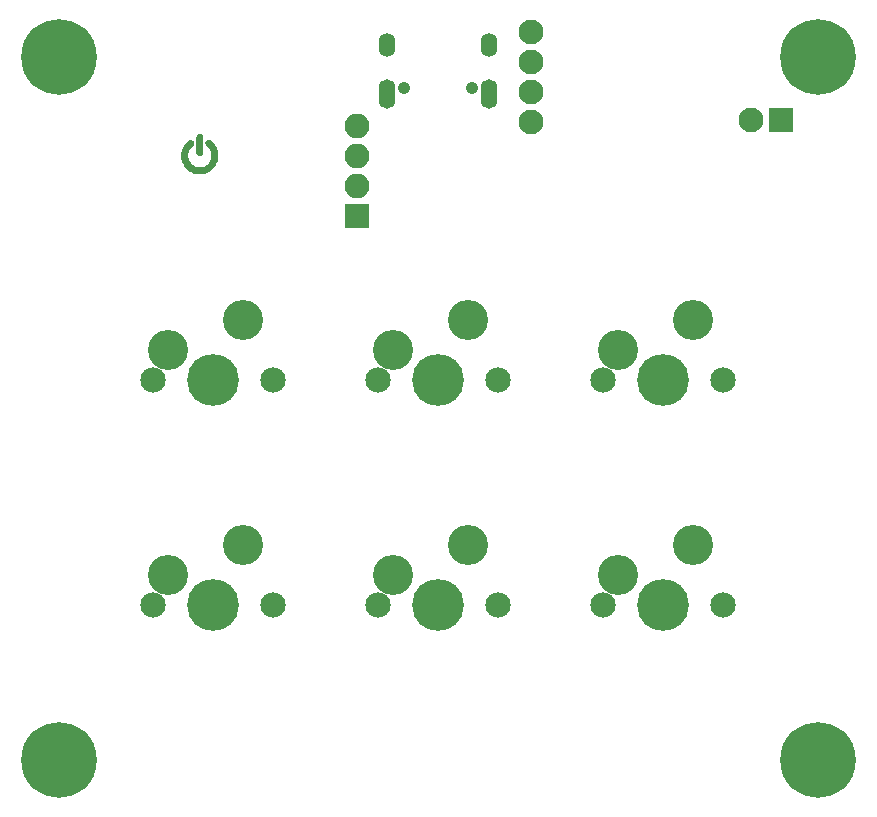
<source format=gbr>
G04 #@! TF.GenerationSoftware,KiCad,Pcbnew,(5.1.5)-3*
G04 #@! TF.CreationDate,2021-05-11T09:46:13+07:00*
G04 #@! TF.ProjectId,uso!VNC,75736f21-564e-4432-9e6b-696361645f70,rev?*
G04 #@! TF.SameCoordinates,Original*
G04 #@! TF.FileFunction,Soldermask,Top*
G04 #@! TF.FilePolarity,Negative*
%FSLAX46Y46*%
G04 Gerber Fmt 4.6, Leading zero omitted, Abs format (unit mm)*
G04 Created by KiCad (PCBNEW (5.1.5)-3) date 2021-05-11 09:46:13*
%MOMM*%
%LPD*%
G04 APERTURE LIST*
%ADD10C,0.010000*%
%ADD11C,1.400000*%
%ADD12C,6.400000*%
%ADD13R,2.100000X2.100000*%
%ADD14C,2.100000*%
%ADD15O,2.100000X2.100000*%
%ADD16C,2.150000*%
%ADD17C,3.400000*%
%ADD18C,4.387800*%
%ADD19C,1.050000*%
%ADD20O,1.400000X2.500000*%
%ADD21O,1.400000X2.000000*%
G04 APERTURE END LIST*
D10*
G36*
X246509123Y-93480074D02*
G01*
X246551030Y-93491533D01*
X246562290Y-93496093D01*
X246605424Y-93520713D01*
X246643923Y-93553596D01*
X246675810Y-93592569D01*
X246699109Y-93635457D01*
X246705787Y-93653885D01*
X246707518Y-93659721D01*
X246709066Y-93665829D01*
X246710440Y-93672848D01*
X246711651Y-93681416D01*
X246712709Y-93692173D01*
X246713623Y-93705757D01*
X246714405Y-93722808D01*
X246715064Y-93743964D01*
X246715611Y-93769865D01*
X246716055Y-93801150D01*
X246716406Y-93838457D01*
X246716675Y-93882425D01*
X246716873Y-93933694D01*
X246717008Y-93992903D01*
X246717092Y-94060690D01*
X246717133Y-94137694D01*
X246717144Y-94224556D01*
X246717133Y-94321912D01*
X246717124Y-94368250D01*
X246717053Y-94476999D01*
X246716889Y-94577695D01*
X246716634Y-94670010D01*
X246716291Y-94753621D01*
X246715863Y-94828202D01*
X246715353Y-94893429D01*
X246714762Y-94948976D01*
X246714094Y-94994520D01*
X246713352Y-95029734D01*
X246712537Y-95054295D01*
X246711654Y-95067876D01*
X246711334Y-95069952D01*
X246697662Y-95110733D01*
X246675481Y-95148996D01*
X246647377Y-95183025D01*
X246616150Y-95213089D01*
X246585678Y-95234750D01*
X246552539Y-95250232D01*
X246535003Y-95256026D01*
X246502198Y-95262492D01*
X246464418Y-95264877D01*
X246426304Y-95263231D01*
X246392502Y-95257600D01*
X246381722Y-95254416D01*
X246334570Y-95232283D01*
X246292936Y-95201105D01*
X246258096Y-95162431D01*
X246231331Y-95117813D01*
X246213920Y-95068802D01*
X246209438Y-95045457D01*
X246208549Y-95033362D01*
X246207735Y-95010774D01*
X246206996Y-94978607D01*
X246206332Y-94937776D01*
X246205743Y-94889195D01*
X246205229Y-94833778D01*
X246204789Y-94772440D01*
X246204424Y-94706095D01*
X246204133Y-94635658D01*
X246203917Y-94562042D01*
X246203775Y-94486162D01*
X246203708Y-94408932D01*
X246203715Y-94331267D01*
X246203796Y-94254082D01*
X246203951Y-94178289D01*
X246204180Y-94104805D01*
X246204484Y-94034542D01*
X246204861Y-93968416D01*
X246205313Y-93907341D01*
X246205838Y-93852231D01*
X246206437Y-93804000D01*
X246207110Y-93763563D01*
X246207856Y-93731834D01*
X246208676Y-93709728D01*
X246209533Y-93698401D01*
X246222478Y-93646926D01*
X246245191Y-93599961D01*
X246276521Y-93558684D01*
X246315315Y-93524277D01*
X246360421Y-93497919D01*
X246410689Y-93480790D01*
X246424667Y-93477958D01*
X246465336Y-93475330D01*
X246509123Y-93480074D01*
G37*
X246509123Y-93480074D02*
X246551030Y-93491533D01*
X246562290Y-93496093D01*
X246605424Y-93520713D01*
X246643923Y-93553596D01*
X246675810Y-93592569D01*
X246699109Y-93635457D01*
X246705787Y-93653885D01*
X246707518Y-93659721D01*
X246709066Y-93665829D01*
X246710440Y-93672848D01*
X246711651Y-93681416D01*
X246712709Y-93692173D01*
X246713623Y-93705757D01*
X246714405Y-93722808D01*
X246715064Y-93743964D01*
X246715611Y-93769865D01*
X246716055Y-93801150D01*
X246716406Y-93838457D01*
X246716675Y-93882425D01*
X246716873Y-93933694D01*
X246717008Y-93992903D01*
X246717092Y-94060690D01*
X246717133Y-94137694D01*
X246717144Y-94224556D01*
X246717133Y-94321912D01*
X246717124Y-94368250D01*
X246717053Y-94476999D01*
X246716889Y-94577695D01*
X246716634Y-94670010D01*
X246716291Y-94753621D01*
X246715863Y-94828202D01*
X246715353Y-94893429D01*
X246714762Y-94948976D01*
X246714094Y-94994520D01*
X246713352Y-95029734D01*
X246712537Y-95054295D01*
X246711654Y-95067876D01*
X246711334Y-95069952D01*
X246697662Y-95110733D01*
X246675481Y-95148996D01*
X246647377Y-95183025D01*
X246616150Y-95213089D01*
X246585678Y-95234750D01*
X246552539Y-95250232D01*
X246535003Y-95256026D01*
X246502198Y-95262492D01*
X246464418Y-95264877D01*
X246426304Y-95263231D01*
X246392502Y-95257600D01*
X246381722Y-95254416D01*
X246334570Y-95232283D01*
X246292936Y-95201105D01*
X246258096Y-95162431D01*
X246231331Y-95117813D01*
X246213920Y-95068802D01*
X246209438Y-95045457D01*
X246208549Y-95033362D01*
X246207735Y-95010774D01*
X246206996Y-94978607D01*
X246206332Y-94937776D01*
X246205743Y-94889195D01*
X246205229Y-94833778D01*
X246204789Y-94772440D01*
X246204424Y-94706095D01*
X246204133Y-94635658D01*
X246203917Y-94562042D01*
X246203775Y-94486162D01*
X246203708Y-94408932D01*
X246203715Y-94331267D01*
X246203796Y-94254082D01*
X246203951Y-94178289D01*
X246204180Y-94104805D01*
X246204484Y-94034542D01*
X246204861Y-93968416D01*
X246205313Y-93907341D01*
X246205838Y-93852231D01*
X246206437Y-93804000D01*
X246207110Y-93763563D01*
X246207856Y-93731834D01*
X246208676Y-93709728D01*
X246209533Y-93698401D01*
X246222478Y-93646926D01*
X246245191Y-93599961D01*
X246276521Y-93558684D01*
X246315315Y-93524277D01*
X246360421Y-93497919D01*
X246410689Y-93480790D01*
X246424667Y-93477958D01*
X246465336Y-93475330D01*
X246509123Y-93480074D01*
G36*
X247290068Y-93996132D02*
G01*
X247338244Y-94013374D01*
X247363334Y-94027644D01*
X247394447Y-94049214D01*
X247430044Y-94076831D01*
X247468586Y-94109242D01*
X247508534Y-94145196D01*
X247548351Y-94183437D01*
X247553739Y-94188815D01*
X247623675Y-94262824D01*
X247685009Y-94336517D01*
X247739845Y-94412819D01*
X247790283Y-94494657D01*
X247838425Y-94584957D01*
X247838842Y-94585792D01*
X247891950Y-94704912D01*
X247934420Y-94827636D01*
X247966177Y-94953243D01*
X247987145Y-95081009D01*
X247997250Y-95210212D01*
X247996416Y-95340128D01*
X247984568Y-95470036D01*
X247961632Y-95599212D01*
X247949342Y-95650491D01*
X247918043Y-95753851D01*
X247877382Y-95858958D01*
X247828604Y-95963334D01*
X247772953Y-96064504D01*
X247711673Y-96159989D01*
X247655517Y-96235547D01*
X247628606Y-96267347D01*
X247595246Y-96303824D01*
X247557897Y-96342520D01*
X247519020Y-96380974D01*
X247481075Y-96416726D01*
X247446521Y-96447315D01*
X247430747Y-96460336D01*
X247337977Y-96528516D01*
X247238057Y-96591000D01*
X247133026Y-96646817D01*
X247024923Y-96694997D01*
X246915786Y-96734571D01*
X246807654Y-96764568D01*
X246777196Y-96771251D01*
X246699425Y-96784875D01*
X246616800Y-96795037D01*
X246532859Y-96801490D01*
X246451135Y-96803991D01*
X246375166Y-96802294D01*
X246351487Y-96800734D01*
X246231206Y-96786668D01*
X246113736Y-96763311D01*
X245999415Y-96731205D01*
X245874797Y-96685541D01*
X245756071Y-96630332D01*
X245643615Y-96566028D01*
X245537807Y-96493079D01*
X245439027Y-96411938D01*
X245347653Y-96323055D01*
X245264064Y-96226879D01*
X245188637Y-96123863D01*
X245121753Y-96014457D01*
X245063788Y-95899112D01*
X245015122Y-95778278D01*
X244976134Y-95652406D01*
X244947201Y-95521947D01*
X244938420Y-95467839D01*
X244933825Y-95426408D01*
X244930576Y-95376495D01*
X244928674Y-95320956D01*
X244928120Y-95262645D01*
X244928915Y-95204418D01*
X244931058Y-95149129D01*
X244934552Y-95099634D01*
X244938326Y-95066076D01*
X244962235Y-94934359D01*
X244996765Y-94806219D01*
X245041683Y-94682213D01*
X245096754Y-94562900D01*
X245161746Y-94448837D01*
X245236423Y-94340581D01*
X245249585Y-94323412D01*
X245281166Y-94284985D01*
X245317420Y-94244541D01*
X245356896Y-94203416D01*
X245398145Y-94162945D01*
X245439716Y-94124464D01*
X245480159Y-94089309D01*
X245518025Y-94058815D01*
X245551864Y-94034318D01*
X245580225Y-94017153D01*
X245584252Y-94015131D01*
X245633902Y-93997166D01*
X245685404Y-93989783D01*
X245737014Y-93992807D01*
X245786990Y-94006065D01*
X245833590Y-94029386D01*
X245851062Y-94041621D01*
X245875591Y-94064787D01*
X245899690Y-94095123D01*
X245920569Y-94128634D01*
X245935436Y-94161321D01*
X245936219Y-94163592D01*
X245946506Y-94211062D01*
X245947352Y-94261420D01*
X245939151Y-94311760D01*
X245922294Y-94359171D01*
X245905810Y-94388676D01*
X245892797Y-94404976D01*
X245873888Y-94424597D01*
X245852430Y-94444153D01*
X245844314Y-94450856D01*
X245811825Y-94478468D01*
X245775860Y-94511796D01*
X245738600Y-94548585D01*
X245702222Y-94586579D01*
X245668904Y-94623522D01*
X245640825Y-94657160D01*
X245625618Y-94677300D01*
X245577477Y-94752943D01*
X245534623Y-94836139D01*
X245498411Y-94923723D01*
X245470195Y-95012533D01*
X245455874Y-95073997D01*
X245448178Y-95123991D01*
X245442805Y-95181271D01*
X245439904Y-95241918D01*
X245439626Y-95302011D01*
X245442121Y-95357631D01*
X245444173Y-95380017D01*
X245461336Y-95484797D01*
X245489358Y-95586764D01*
X245527876Y-95685186D01*
X245576524Y-95779328D01*
X245634938Y-95868455D01*
X245702753Y-95951835D01*
X245755385Y-96006160D01*
X245833560Y-96073609D01*
X245919350Y-96133427D01*
X246011256Y-96184857D01*
X246107778Y-96227140D01*
X246207416Y-96259517D01*
X246294881Y-96278936D01*
X246329278Y-96283456D01*
X246371635Y-96286757D01*
X246418961Y-96288810D01*
X246468262Y-96289584D01*
X246516546Y-96289050D01*
X246560821Y-96287179D01*
X246598094Y-96283942D01*
X246611668Y-96282050D01*
X246718518Y-96259137D01*
X246821184Y-96226040D01*
X246919008Y-96183193D01*
X247011332Y-96131033D01*
X247097497Y-96069995D01*
X247176845Y-96000513D01*
X247248718Y-95923024D01*
X247312456Y-95837962D01*
X247333879Y-95804603D01*
X247353582Y-95770168D01*
X247374879Y-95728953D01*
X247395959Y-95684792D01*
X247415009Y-95641520D01*
X247430219Y-95602973D01*
X247433496Y-95593688D01*
X247461938Y-95492929D01*
X247479570Y-95389895D01*
X247486500Y-95285641D01*
X247482834Y-95181227D01*
X247468681Y-95077708D01*
X247444149Y-94976144D01*
X247409344Y-94877590D01*
X247364376Y-94783106D01*
X247347976Y-94754105D01*
X247302084Y-94682245D01*
X247252334Y-94616871D01*
X247196539Y-94555439D01*
X247132511Y-94495404D01*
X247106468Y-94473178D01*
X247081502Y-94451633D01*
X247058047Y-94430100D01*
X247038373Y-94410752D01*
X247024751Y-94395761D01*
X247022422Y-94392765D01*
X246999726Y-94353212D01*
X246984204Y-94307838D01*
X246976514Y-94260005D01*
X246977315Y-94213078D01*
X246982080Y-94187014D01*
X247000371Y-94136406D01*
X247026940Y-94092220D01*
X247060533Y-94055065D01*
X247099900Y-94025553D01*
X247143789Y-94004294D01*
X247190948Y-93991897D01*
X247240125Y-93988973D01*
X247290068Y-93996132D01*
G37*
X247290068Y-93996132D02*
X247338244Y-94013374D01*
X247363334Y-94027644D01*
X247394447Y-94049214D01*
X247430044Y-94076831D01*
X247468586Y-94109242D01*
X247508534Y-94145196D01*
X247548351Y-94183437D01*
X247553739Y-94188815D01*
X247623675Y-94262824D01*
X247685009Y-94336517D01*
X247739845Y-94412819D01*
X247790283Y-94494657D01*
X247838425Y-94584957D01*
X247838842Y-94585792D01*
X247891950Y-94704912D01*
X247934420Y-94827636D01*
X247966177Y-94953243D01*
X247987145Y-95081009D01*
X247997250Y-95210212D01*
X247996416Y-95340128D01*
X247984568Y-95470036D01*
X247961632Y-95599212D01*
X247949342Y-95650491D01*
X247918043Y-95753851D01*
X247877382Y-95858958D01*
X247828604Y-95963334D01*
X247772953Y-96064504D01*
X247711673Y-96159989D01*
X247655517Y-96235547D01*
X247628606Y-96267347D01*
X247595246Y-96303824D01*
X247557897Y-96342520D01*
X247519020Y-96380974D01*
X247481075Y-96416726D01*
X247446521Y-96447315D01*
X247430747Y-96460336D01*
X247337977Y-96528516D01*
X247238057Y-96591000D01*
X247133026Y-96646817D01*
X247024923Y-96694997D01*
X246915786Y-96734571D01*
X246807654Y-96764568D01*
X246777196Y-96771251D01*
X246699425Y-96784875D01*
X246616800Y-96795037D01*
X246532859Y-96801490D01*
X246451135Y-96803991D01*
X246375166Y-96802294D01*
X246351487Y-96800734D01*
X246231206Y-96786668D01*
X246113736Y-96763311D01*
X245999415Y-96731205D01*
X245874797Y-96685541D01*
X245756071Y-96630332D01*
X245643615Y-96566028D01*
X245537807Y-96493079D01*
X245439027Y-96411938D01*
X245347653Y-96323055D01*
X245264064Y-96226879D01*
X245188637Y-96123863D01*
X245121753Y-96014457D01*
X245063788Y-95899112D01*
X245015122Y-95778278D01*
X244976134Y-95652406D01*
X244947201Y-95521947D01*
X244938420Y-95467839D01*
X244933825Y-95426408D01*
X244930576Y-95376495D01*
X244928674Y-95320956D01*
X244928120Y-95262645D01*
X244928915Y-95204418D01*
X244931058Y-95149129D01*
X244934552Y-95099634D01*
X244938326Y-95066076D01*
X244962235Y-94934359D01*
X244996765Y-94806219D01*
X245041683Y-94682213D01*
X245096754Y-94562900D01*
X245161746Y-94448837D01*
X245236423Y-94340581D01*
X245249585Y-94323412D01*
X245281166Y-94284985D01*
X245317420Y-94244541D01*
X245356896Y-94203416D01*
X245398145Y-94162945D01*
X245439716Y-94124464D01*
X245480159Y-94089309D01*
X245518025Y-94058815D01*
X245551864Y-94034318D01*
X245580225Y-94017153D01*
X245584252Y-94015131D01*
X245633902Y-93997166D01*
X245685404Y-93989783D01*
X245737014Y-93992807D01*
X245786990Y-94006065D01*
X245833590Y-94029386D01*
X245851062Y-94041621D01*
X245875591Y-94064787D01*
X245899690Y-94095123D01*
X245920569Y-94128634D01*
X245935436Y-94161321D01*
X245936219Y-94163592D01*
X245946506Y-94211062D01*
X245947352Y-94261420D01*
X245939151Y-94311760D01*
X245922294Y-94359171D01*
X245905810Y-94388676D01*
X245892797Y-94404976D01*
X245873888Y-94424597D01*
X245852430Y-94444153D01*
X245844314Y-94450856D01*
X245811825Y-94478468D01*
X245775860Y-94511796D01*
X245738600Y-94548585D01*
X245702222Y-94586579D01*
X245668904Y-94623522D01*
X245640825Y-94657160D01*
X245625618Y-94677300D01*
X245577477Y-94752943D01*
X245534623Y-94836139D01*
X245498411Y-94923723D01*
X245470195Y-95012533D01*
X245455874Y-95073997D01*
X245448178Y-95123991D01*
X245442805Y-95181271D01*
X245439904Y-95241918D01*
X245439626Y-95302011D01*
X245442121Y-95357631D01*
X245444173Y-95380017D01*
X245461336Y-95484797D01*
X245489358Y-95586764D01*
X245527876Y-95685186D01*
X245576524Y-95779328D01*
X245634938Y-95868455D01*
X245702753Y-95951835D01*
X245755385Y-96006160D01*
X245833560Y-96073609D01*
X245919350Y-96133427D01*
X246011256Y-96184857D01*
X246107778Y-96227140D01*
X246207416Y-96259517D01*
X246294881Y-96278936D01*
X246329278Y-96283456D01*
X246371635Y-96286757D01*
X246418961Y-96288810D01*
X246468262Y-96289584D01*
X246516546Y-96289050D01*
X246560821Y-96287179D01*
X246598094Y-96283942D01*
X246611668Y-96282050D01*
X246718518Y-96259137D01*
X246821184Y-96226040D01*
X246919008Y-96183193D01*
X247011332Y-96131033D01*
X247097497Y-96069995D01*
X247176845Y-96000513D01*
X247248718Y-95923024D01*
X247312456Y-95837962D01*
X247333879Y-95804603D01*
X247353582Y-95770168D01*
X247374879Y-95728953D01*
X247395959Y-95684792D01*
X247415009Y-95641520D01*
X247430219Y-95602973D01*
X247433496Y-95593688D01*
X247461938Y-95492929D01*
X247479570Y-95389895D01*
X247486500Y-95285641D01*
X247482834Y-95181227D01*
X247468681Y-95077708D01*
X247444149Y-94976144D01*
X247409344Y-94877590D01*
X247364376Y-94783106D01*
X247347976Y-94754105D01*
X247302084Y-94682245D01*
X247252334Y-94616871D01*
X247196539Y-94555439D01*
X247132511Y-94495404D01*
X247106468Y-94473178D01*
X247081502Y-94451633D01*
X247058047Y-94430100D01*
X247038373Y-94410752D01*
X247024751Y-94395761D01*
X247022422Y-94392765D01*
X246999726Y-94353212D01*
X246984204Y-94307838D01*
X246976514Y-94260005D01*
X246977315Y-94213078D01*
X246982080Y-94187014D01*
X247000371Y-94136406D01*
X247026940Y-94092220D01*
X247060533Y-94055065D01*
X247099900Y-94025553D01*
X247143789Y-94004294D01*
X247190948Y-93991897D01*
X247240125Y-93988973D01*
X247290068Y-93996132D01*
D11*
X233029125Y-85137625D03*
X233029125Y-88693625D03*
X236077125Y-88693625D03*
X236077125Y-85137625D03*
X236839125Y-86915625D03*
X234553125Y-89201625D03*
X232267125Y-86915625D03*
X234553125Y-84629625D03*
D12*
X234553125Y-86915625D03*
D11*
X297322875Y-144668875D03*
X297322875Y-148224875D03*
X300370875Y-148224875D03*
X300370875Y-144668875D03*
X301132875Y-146446875D03*
X298846875Y-148732875D03*
X296560875Y-146446875D03*
X298846875Y-144160875D03*
D12*
X298846875Y-146446875D03*
X298846875Y-86915625D03*
D11*
X298846875Y-84629625D03*
X296560875Y-86915625D03*
X298846875Y-89201625D03*
X301132875Y-86915625D03*
X300370875Y-85137625D03*
X300370875Y-88693625D03*
X297322875Y-88693625D03*
X297322875Y-85137625D03*
D12*
X234553125Y-146446875D03*
D11*
X234553125Y-144160875D03*
X232267125Y-146446875D03*
X234553125Y-148732875D03*
X236839125Y-146446875D03*
X236077125Y-144668875D03*
X236077125Y-148224875D03*
X233029125Y-148224875D03*
X233029125Y-144668875D03*
D13*
X295747000Y-92266000D03*
D14*
X293207000Y-92266000D03*
X274574000Y-87376000D03*
X274574000Y-89916000D03*
X274574000Y-84836000D03*
X274574000Y-92456000D03*
D13*
X259826250Y-100396250D03*
D15*
X259826250Y-92776250D03*
X259826250Y-97856250D03*
X259826250Y-95316250D03*
D16*
X290830000Y-133350000D03*
X280670000Y-133350000D03*
D17*
X281940000Y-130810000D03*
D18*
X285750000Y-133350000D03*
D17*
X288290000Y-128270000D03*
D16*
X290830000Y-114300000D03*
X280670000Y-114300000D03*
D17*
X281940000Y-111760000D03*
D18*
X285750000Y-114300000D03*
D17*
X288290000Y-109220000D03*
X269240000Y-128270000D03*
D18*
X266700000Y-133350000D03*
D17*
X262890000Y-130810000D03*
D16*
X261620000Y-133350000D03*
X271780000Y-133350000D03*
D17*
X269240000Y-109220000D03*
D18*
X266700000Y-114300000D03*
D17*
X262890000Y-111760000D03*
D16*
X261620000Y-114300000D03*
X271780000Y-114300000D03*
D17*
X250190000Y-128270000D03*
D18*
X247650000Y-133350000D03*
D17*
X243840000Y-130810000D03*
D16*
X242570000Y-133350000D03*
X252730000Y-133350000D03*
D17*
X250190000Y-109220000D03*
D18*
X247650000Y-114300000D03*
D17*
X243840000Y-111760000D03*
D16*
X242570000Y-114300000D03*
X252730000Y-114300000D03*
D19*
X269590000Y-89593750D03*
X263810000Y-89593750D03*
D20*
X262380000Y-90123750D03*
X271020000Y-90123750D03*
D21*
X262380000Y-85943750D03*
X271020000Y-85943750D03*
M02*

</source>
